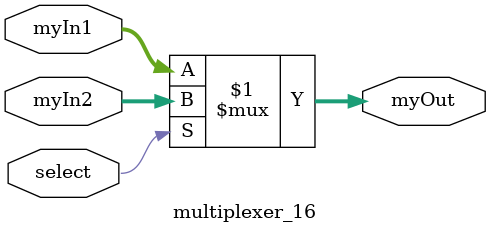
<source format=v>
`timescale 1ns / 1ps
module multiplexer_16( select, myIn1, myIn2 , myOut
    );
	 
	 input select;
	 input [15:0] myIn1;
	 input [15:0] myIn2;
	 output [15:0] myOut;
	 
	 assign myOut = select ? myIn2 : myIn1;
	 
	 

endmodule

</source>
